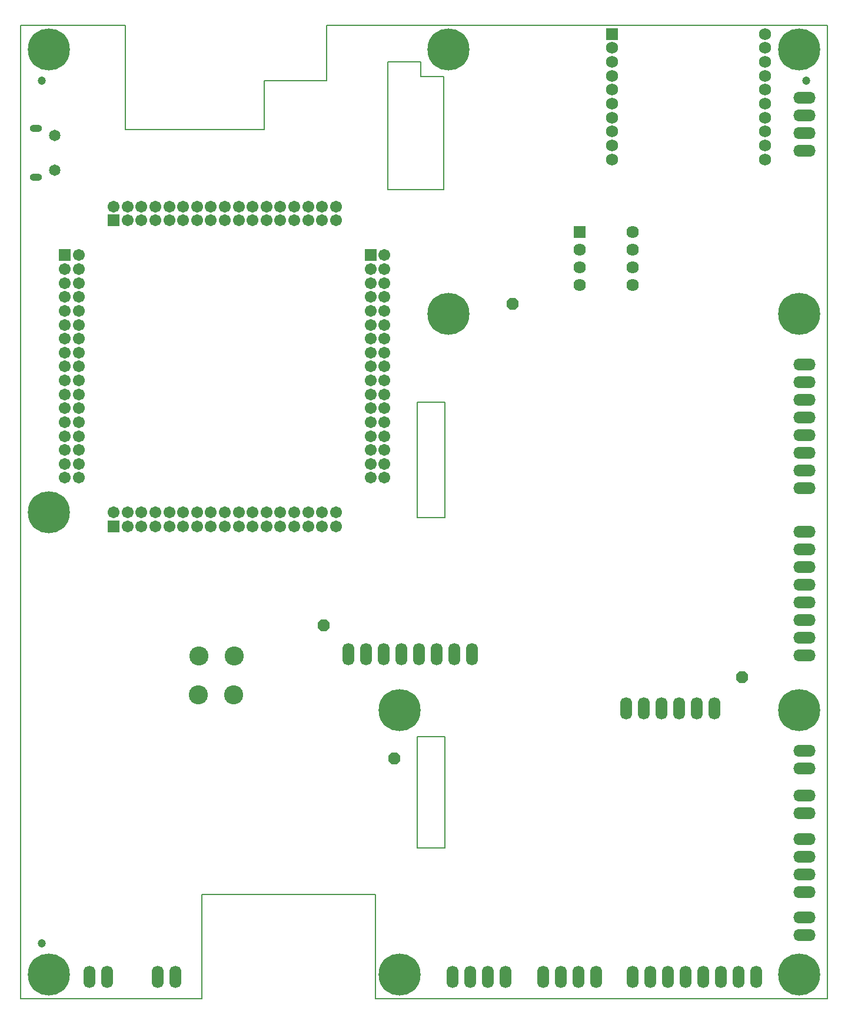
<source format=gbs>
G04*
G04 #@! TF.GenerationSoftware,Altium Limited,Altium Designer,22.3.1 (43)*
G04*
G04 Layer_Color=16711935*
%FSLAX25Y25*%
%MOIN*%
G70*
G04*
G04 #@! TF.SameCoordinates,3C66329E-7EC6-4DA4-B4DD-612C795C30B2*
G04*
G04*
G04 #@! TF.FilePolarity,Negative*
G04*
G01*
G75*
%ADD10C,0.00787*%
%ADD81C,0.04737*%
%ADD84O,0.12674X0.06737*%
%ADD85O,0.06737X0.12674*%
%ADD86C,0.23800*%
%ADD87C,0.06824*%
%ADD88R,0.06824X0.06824*%
%ADD89C,0.06706*%
%ADD90R,0.06706X0.06706*%
%ADD91O,0.07099X0.03950*%
%ADD92C,0.06509*%
%ADD93P,0.07360X8X22.5*%
%ADD94R,0.07021X0.07021*%
%ADD95C,0.07021*%
%ADD96C,0.10800*%
%ADD97R,0.06706X0.06706*%
D10*
X208000Y458000D02*
Y530500D01*
X226519Y522261D02*
X239496D01*
X226500Y522279D02*
Y530500D01*
X208000D02*
X226500D01*
X59055Y492126D02*
Y551181D01*
X102362Y0D02*
Y59055D01*
X200787D01*
Y0D02*
Y59055D01*
Y-0D02*
X456693Y0D01*
X173228Y551181D02*
X456693D01*
X137795Y492126D02*
Y519685D01*
X173228D01*
Y551181D01*
X59055Y492126D02*
X137795Y492126D01*
X224472Y337700D02*
X240220D01*
X224472Y272500D02*
X240220D01*
Y337700D01*
X224472Y272500D02*
Y337700D01*
Y85345D02*
Y148500D01*
X240220Y85345D02*
Y148500D01*
X224472Y85345D02*
X240220D01*
X224472Y148500D02*
X240220D01*
X239496Y458000D02*
Y522261D01*
X208000Y458000D02*
X239496D01*
X0Y0D02*
X102362D01*
X0Y551181D02*
X59055D01*
X456693Y0D02*
Y551181D01*
X0Y0D02*
Y551181D01*
D81*
X444882Y519685D02*
D03*
X11811D02*
D03*
Y31496D02*
D03*
D84*
X443860Y60500D02*
D03*
Y70500D02*
D03*
Y80500D02*
D03*
Y90500D02*
D03*
Y115000D02*
D03*
Y105000D02*
D03*
Y130311D02*
D03*
Y140311D02*
D03*
Y46000D02*
D03*
Y36000D02*
D03*
X444000Y359090D02*
D03*
Y349091D02*
D03*
Y339090D02*
D03*
Y329090D02*
D03*
Y319091D02*
D03*
Y309090D02*
D03*
Y299091D02*
D03*
Y289090D02*
D03*
Y254500D02*
D03*
Y244500D02*
D03*
Y234500D02*
D03*
Y224500D02*
D03*
Y214500D02*
D03*
Y204500D02*
D03*
Y194500D02*
D03*
Y264500D02*
D03*
Y480000D02*
D03*
Y490000D02*
D03*
Y500000D02*
D03*
Y510000D02*
D03*
D85*
X343000Y164500D02*
D03*
X353000D02*
D03*
X363000D02*
D03*
X373000D02*
D03*
X383000D02*
D03*
X393000D02*
D03*
X346500Y12500D02*
D03*
X356500D02*
D03*
X366500D02*
D03*
X376500D02*
D03*
X386500D02*
D03*
X396500D02*
D03*
X406500D02*
D03*
X416500D02*
D03*
X244500D02*
D03*
X254500D02*
D03*
X264500D02*
D03*
X274500D02*
D03*
X87500D02*
D03*
X77500D02*
D03*
X195500Y195000D02*
D03*
X205500D02*
D03*
X215500D02*
D03*
X225500D02*
D03*
X235500D02*
D03*
X245500D02*
D03*
X255500D02*
D03*
X185500D02*
D03*
X49000Y12500D02*
D03*
X39000D02*
D03*
X326000D02*
D03*
X316000D02*
D03*
X306000D02*
D03*
X296000D02*
D03*
D86*
X440945Y537402D02*
D03*
Y387795D02*
D03*
X214567Y163386D02*
D03*
X15748Y275590D02*
D03*
X242126Y387795D02*
D03*
Y537402D02*
D03*
X15748D02*
D03*
X214567Y13780D02*
D03*
X15748D02*
D03*
X440945Y163386D02*
D03*
Y13780D02*
D03*
D87*
X421500Y546300D02*
D03*
Y538400D02*
D03*
Y530500D02*
D03*
Y522600D02*
D03*
Y514700D02*
D03*
Y506800D02*
D03*
Y498900D02*
D03*
Y491000D02*
D03*
Y483100D02*
D03*
Y475200D02*
D03*
X334900D02*
D03*
Y483100D02*
D03*
Y491000D02*
D03*
Y498900D02*
D03*
Y506800D02*
D03*
Y514700D02*
D03*
Y522600D02*
D03*
Y530500D02*
D03*
Y538400D02*
D03*
D88*
Y546300D02*
D03*
D89*
X178492Y275323D02*
D03*
Y267449D02*
D03*
X170618Y275323D02*
D03*
Y267449D02*
D03*
X162744Y275323D02*
D03*
Y267449D02*
D03*
X154870Y275323D02*
D03*
Y267449D02*
D03*
X146996Y275323D02*
D03*
Y267449D02*
D03*
X139122Y275323D02*
D03*
Y267449D02*
D03*
X131248Y275323D02*
D03*
Y267449D02*
D03*
X123374Y275323D02*
D03*
Y267449D02*
D03*
X115500Y275323D02*
D03*
Y267449D02*
D03*
X107626Y275323D02*
D03*
Y267449D02*
D03*
X99752Y275323D02*
D03*
Y267449D02*
D03*
X91878Y275323D02*
D03*
Y267449D02*
D03*
X84004Y275323D02*
D03*
Y267449D02*
D03*
X76130Y275323D02*
D03*
Y267449D02*
D03*
X68256Y275323D02*
D03*
Y267449D02*
D03*
X60382Y275323D02*
D03*
Y267449D02*
D03*
X52508Y275323D02*
D03*
X32823Y295008D02*
D03*
X24949D02*
D03*
X32823Y302882D02*
D03*
X24949D02*
D03*
X32823Y310756D02*
D03*
X24949D02*
D03*
X32823Y318630D02*
D03*
X24949D02*
D03*
X32823Y326504D02*
D03*
X24949D02*
D03*
X32823Y334378D02*
D03*
X24949D02*
D03*
X32823Y342252D02*
D03*
X24949D02*
D03*
X32823Y350126D02*
D03*
X24949D02*
D03*
X32823Y358000D02*
D03*
X24949D02*
D03*
X32823Y365874D02*
D03*
X24949D02*
D03*
X32823Y373748D02*
D03*
X24949D02*
D03*
X32823Y381622D02*
D03*
X24949D02*
D03*
X32823Y389496D02*
D03*
X24949D02*
D03*
X32823Y397370D02*
D03*
X24949D02*
D03*
X32823Y405244D02*
D03*
X24949D02*
D03*
X32823Y413118D02*
D03*
X24949D02*
D03*
X32823Y420992D02*
D03*
X52508Y448551D02*
D03*
X60382Y440677D02*
D03*
Y448551D02*
D03*
X68256Y440677D02*
D03*
Y448551D02*
D03*
X76130Y440677D02*
D03*
Y448551D02*
D03*
X84004Y440677D02*
D03*
Y448551D02*
D03*
X91878Y440677D02*
D03*
Y448551D02*
D03*
X99752Y440677D02*
D03*
Y448551D02*
D03*
X107626Y440677D02*
D03*
Y448551D02*
D03*
X115500Y440677D02*
D03*
Y448551D02*
D03*
X123374Y440677D02*
D03*
Y448551D02*
D03*
X131248Y440677D02*
D03*
Y448551D02*
D03*
X139122Y440677D02*
D03*
Y448551D02*
D03*
X146996Y440677D02*
D03*
Y448551D02*
D03*
X154870Y440677D02*
D03*
Y448551D02*
D03*
X162744Y440677D02*
D03*
Y448551D02*
D03*
X170618Y440677D02*
D03*
Y448551D02*
D03*
X178492Y440677D02*
D03*
Y448551D02*
D03*
X205937Y295008D02*
D03*
X198063D02*
D03*
X205937Y302882D02*
D03*
X198063D02*
D03*
X205937Y310756D02*
D03*
X198063D02*
D03*
X205937Y318630D02*
D03*
X198063D02*
D03*
X205937Y326504D02*
D03*
X198063D02*
D03*
X205937Y334378D02*
D03*
X198063D02*
D03*
X205937Y342252D02*
D03*
X198063D02*
D03*
X205937Y350126D02*
D03*
X198063D02*
D03*
X205937Y358000D02*
D03*
X198063D02*
D03*
X205937Y365874D02*
D03*
X198063D02*
D03*
X205937Y373748D02*
D03*
X198063D02*
D03*
X205937Y381622D02*
D03*
X198063D02*
D03*
X205937Y389496D02*
D03*
X198063D02*
D03*
X205937Y397370D02*
D03*
X198063D02*
D03*
X205937Y405244D02*
D03*
X198063D02*
D03*
X205937Y413118D02*
D03*
X198063D02*
D03*
X205937Y420992D02*
D03*
D90*
X52508Y267449D02*
D03*
Y440677D02*
D03*
D91*
X8500Y465220D02*
D03*
Y492779D02*
D03*
D92*
X19130Y469158D02*
D03*
Y488842D02*
D03*
D93*
X278500Y393500D02*
D03*
X408500Y182000D02*
D03*
X211500Y136000D02*
D03*
X171500Y211500D02*
D03*
D94*
X316500Y434000D02*
D03*
D95*
X346500D02*
D03*
X316500Y424000D02*
D03*
X346500D02*
D03*
X316500Y414000D02*
D03*
X346500D02*
D03*
X316500Y404000D02*
D03*
X346500D02*
D03*
D96*
X101000Y194000D02*
D03*
X121000D02*
D03*
X120500Y172000D02*
D03*
X100500D02*
D03*
D97*
X24949Y420992D02*
D03*
X198063D02*
D03*
M02*

</source>
